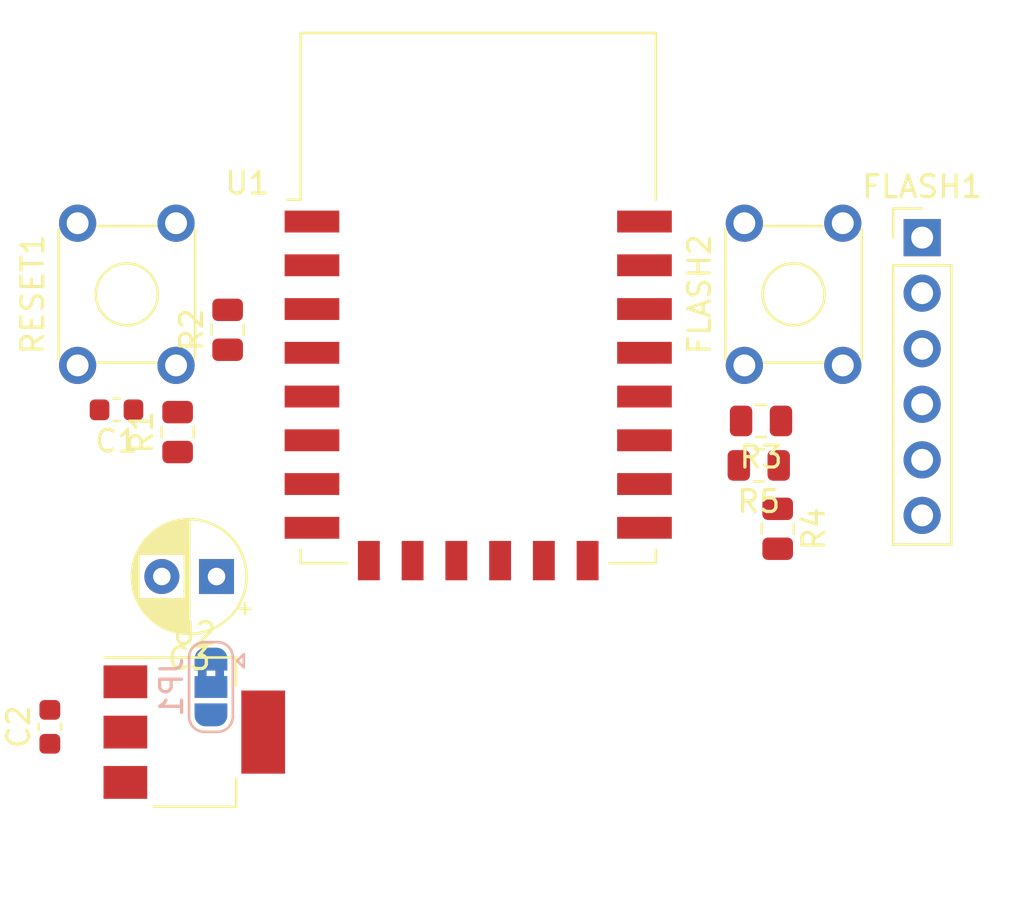
<source format=kicad_pcb>
(kicad_pcb (version 20171130) (host pcbnew 5.1.10-88a1d61d58~88~ubuntu18.04.1)

  (general
    (thickness 1.6)
    (drawings 0)
    (tracks 0)
    (zones 0)
    (modules 14)
    (nets 12)
  )

  (page A4)
  (layers
    (0 F.Cu signal)
    (31 B.Cu signal)
    (32 B.Adhes user)
    (33 F.Adhes user)
    (34 B.Paste user)
    (35 F.Paste user)
    (36 B.SilkS user)
    (37 F.SilkS user)
    (38 B.Mask user)
    (39 F.Mask user)
    (40 Dwgs.User user)
    (41 Cmts.User user)
    (42 Eco1.User user)
    (43 Eco2.User user)
    (44 Edge.Cuts user)
    (45 Margin user)
    (46 B.CrtYd user)
    (47 F.CrtYd user)
    (48 B.Fab user)
    (49 F.Fab user)
  )

  (setup
    (last_trace_width 0.25)
    (trace_clearance 0.2)
    (zone_clearance 0.508)
    (zone_45_only no)
    (trace_min 0.2)
    (via_size 0.8)
    (via_drill 0.4)
    (via_min_size 0.4)
    (via_min_drill 0.3)
    (uvia_size 0.3)
    (uvia_drill 0.1)
    (uvias_allowed no)
    (uvia_min_size 0.2)
    (uvia_min_drill 0.1)
    (edge_width 0.05)
    (segment_width 0.2)
    (pcb_text_width 0.3)
    (pcb_text_size 1.5 1.5)
    (mod_edge_width 0.12)
    (mod_text_size 1 1)
    (mod_text_width 0.15)
    (pad_size 1.524 1.524)
    (pad_drill 0.762)
    (pad_to_mask_clearance 0)
    (aux_axis_origin 0 0)
    (visible_elements FFFFFF7F)
    (pcbplotparams
      (layerselection 0x010fc_ffffffff)
      (usegerberextensions false)
      (usegerberattributes true)
      (usegerberadvancedattributes true)
      (creategerberjobfile true)
      (excludeedgelayer true)
      (linewidth 0.100000)
      (plotframeref false)
      (viasonmask false)
      (mode 1)
      (useauxorigin false)
      (hpglpennumber 1)
      (hpglpenspeed 20)
      (hpglpendiameter 15.000000)
      (psnegative false)
      (psa4output false)
      (plotreference true)
      (plotvalue true)
      (plotinvisibletext false)
      (padsonsilk false)
      (subtractmaskfromsilk false)
      (outputformat 1)
      (mirror false)
      (drillshape 1)
      (scaleselection 1)
      (outputdirectory ""))
  )

  (net 0 "")
  (net 1 GND)
  (net 2 /ESP_RESET)
  (net 3 /Vin)
  (net 4 +3V3)
  (net 5 /FLASH_VCC)
  (net 6 /FLASH_TX)
  (net 7 /FLASH_RX)
  (net 8 /GPIO0)
  (net 9 /GPIO15)
  (net 10 /GPIO2)
  (net 11 /ESP_EN)

  (net_class Default "This is the default net class."
    (clearance 0.2)
    (trace_width 0.25)
    (via_dia 0.8)
    (via_drill 0.4)
    (uvia_dia 0.3)
    (uvia_drill 0.1)
    (add_net +3V3)
    (add_net /ESP_ADC)
    (add_net /ESP_CSO)
    (add_net /ESP_EN)
    (add_net /ESP_MISO)
    (add_net /ESP_MOSI)
    (add_net /ESP_RESET)
    (add_net /ESP_SCLK)
    (add_net /FLASH_CTS)
    (add_net /FLASH_DTR)
    (add_net /FLASH_RX)
    (add_net /FLASH_TX)
    (add_net /FLASH_VCC)
    (add_net /GPIO0)
    (add_net /GPIO10)
    (add_net /GPIO12)
    (add_net /GPIO13)
    (add_net /GPIO14)
    (add_net /GPIO15)
    (add_net /GPIO16)
    (add_net /GPIO2)
    (add_net /GPIO4)
    (add_net /GPIO5)
    (add_net /GPIO9)
    (add_net /Vin)
    (add_net GND)
  )

  (module Package_TO_SOT_SMD:SOT-223-3_TabPin2 (layer F.Cu) (tedit 5A02FF57) (tstamp 61593B7B)
    (at 118.364 99.822)
    (descr "module CMS SOT223 4 pins")
    (tags "CMS SOT")
    (path /61594E3A)
    (attr smd)
    (fp_text reference U2 (at 0 -4.5) (layer F.SilkS)
      (effects (font (size 1 1) (thickness 0.15)))
    )
    (fp_text value AMS1117-3.3 (at 0 4.5) (layer F.Fab)
      (effects (font (size 1 1) (thickness 0.15)))
    )
    (fp_text user %R (at 0 0 90) (layer F.Fab)
      (effects (font (size 0.8 0.8) (thickness 0.12)))
    )
    (fp_line (start 1.91 3.41) (end 1.91 2.15) (layer F.SilkS) (width 0.12))
    (fp_line (start 1.91 -3.41) (end 1.91 -2.15) (layer F.SilkS) (width 0.12))
    (fp_line (start 4.4 -3.6) (end -4.4 -3.6) (layer F.CrtYd) (width 0.05))
    (fp_line (start 4.4 3.6) (end 4.4 -3.6) (layer F.CrtYd) (width 0.05))
    (fp_line (start -4.4 3.6) (end 4.4 3.6) (layer F.CrtYd) (width 0.05))
    (fp_line (start -4.4 -3.6) (end -4.4 3.6) (layer F.CrtYd) (width 0.05))
    (fp_line (start -1.85 -2.35) (end -0.85 -3.35) (layer F.Fab) (width 0.1))
    (fp_line (start -1.85 -2.35) (end -1.85 3.35) (layer F.Fab) (width 0.1))
    (fp_line (start -1.85 3.41) (end 1.91 3.41) (layer F.SilkS) (width 0.12))
    (fp_line (start -0.85 -3.35) (end 1.85 -3.35) (layer F.Fab) (width 0.1))
    (fp_line (start -4.1 -3.41) (end 1.91 -3.41) (layer F.SilkS) (width 0.12))
    (fp_line (start -1.85 3.35) (end 1.85 3.35) (layer F.Fab) (width 0.1))
    (fp_line (start 1.85 -3.35) (end 1.85 3.35) (layer F.Fab) (width 0.1))
    (pad 1 smd rect (at -3.15 -2.3) (size 2 1.5) (layers F.Cu F.Paste F.Mask)
      (net 1 GND))
    (pad 3 smd rect (at -3.15 2.3) (size 2 1.5) (layers F.Cu F.Paste F.Mask)
      (net 3 /Vin))
    (pad 2 smd rect (at -3.15 0) (size 2 1.5) (layers F.Cu F.Paste F.Mask)
      (net 4 +3V3))
    (pad 2 smd rect (at 3.15 0) (size 2 3.8) (layers F.Cu F.Paste F.Mask)
      (net 4 +3V3))
    (model ${KISYS3DMOD}/Package_TO_SOT_SMD.3dshapes/SOT-223.wrl
      (at (xyz 0 0 0))
      (scale (xyz 1 1 1))
      (rotate (xyz 0 0 0))
    )
  )

  (module RF_Module:ESP-12E (layer F.Cu) (tedit 5A030172) (tstamp 61593B65)
    (at 131.344 79.982)
    (descr "Wi-Fi Module, http://wiki.ai-thinker.com/_media/esp8266/docs/aithinker_esp_12f_datasheet_en.pdf")
    (tags "Wi-Fi Module")
    (path /61587DF9)
    (attr smd)
    (fp_text reference U1 (at -10.56 -5.26) (layer F.SilkS)
      (effects (font (size 1 1) (thickness 0.15)))
    )
    (fp_text value ESP-12E (at -0.06 -12.78) (layer F.Fab)
      (effects (font (size 1 1) (thickness 0.15)))
    )
    (fp_text user %R (at 0.49 -0.8) (layer F.Fab)
      (effects (font (size 1 1) (thickness 0.15)))
    )
    (fp_text user "KEEP-OUT ZONE" (at 0.03 -9.55 180) (layer Cmts.User)
      (effects (font (size 1 1) (thickness 0.15)))
    )
    (fp_text user Antenna (at -0.06 -7 180) (layer Cmts.User)
      (effects (font (size 1 1) (thickness 0.15)))
    )
    (fp_line (start -8 -12) (end 8 -12) (layer F.Fab) (width 0.12))
    (fp_line (start 8 -12) (end 8 12) (layer F.Fab) (width 0.12))
    (fp_line (start 8 12) (end -8 12) (layer F.Fab) (width 0.12))
    (fp_line (start -8 12) (end -8 -3) (layer F.Fab) (width 0.12))
    (fp_line (start -8 -3) (end -7.5 -3.5) (layer F.Fab) (width 0.12))
    (fp_line (start -7.5 -3.5) (end -8 -4) (layer F.Fab) (width 0.12))
    (fp_line (start -8 -4) (end -8 -12) (layer F.Fab) (width 0.12))
    (fp_line (start -9.05 -12.2) (end 9.05 -12.2) (layer F.CrtYd) (width 0.05))
    (fp_line (start 9.05 -12.2) (end 9.05 13.1) (layer F.CrtYd) (width 0.05))
    (fp_line (start 9.05 13.1) (end -9.05 13.1) (layer F.CrtYd) (width 0.05))
    (fp_line (start -9.05 13.1) (end -9.05 -12.2) (layer F.CrtYd) (width 0.05))
    (fp_line (start -8.12 -12.12) (end 8.12 -12.12) (layer F.SilkS) (width 0.12))
    (fp_line (start 8.12 -12.12) (end 8.12 -4.5) (layer F.SilkS) (width 0.12))
    (fp_line (start 8.12 11.5) (end 8.12 12.12) (layer F.SilkS) (width 0.12))
    (fp_line (start 8.12 12.12) (end 6 12.12) (layer F.SilkS) (width 0.12))
    (fp_line (start -6 12.12) (end -8.12 12.12) (layer F.SilkS) (width 0.12))
    (fp_line (start -8.12 12.12) (end -8.12 11.5) (layer F.SilkS) (width 0.12))
    (fp_line (start -8.12 -4.5) (end -8.12 -12.12) (layer F.SilkS) (width 0.12))
    (fp_line (start -8.12 -4.5) (end -8.73 -4.5) (layer F.SilkS) (width 0.12))
    (fp_line (start -8.12 -12.12) (end 8.12 -12.12) (layer Dwgs.User) (width 0.12))
    (fp_line (start 8.12 -12.12) (end 8.12 -4.8) (layer Dwgs.User) (width 0.12))
    (fp_line (start 8.12 -4.8) (end -8.12 -4.8) (layer Dwgs.User) (width 0.12))
    (fp_line (start -8.12 -4.8) (end -8.12 -12.12) (layer Dwgs.User) (width 0.12))
    (fp_line (start -8.12 -9.12) (end -5.12 -12.12) (layer Dwgs.User) (width 0.12))
    (fp_line (start -8.12 -6.12) (end -2.12 -12.12) (layer Dwgs.User) (width 0.12))
    (fp_line (start -6.44 -4.8) (end 0.88 -12.12) (layer Dwgs.User) (width 0.12))
    (fp_line (start -3.44 -4.8) (end 3.88 -12.12) (layer Dwgs.User) (width 0.12))
    (fp_line (start -0.44 -4.8) (end 6.88 -12.12) (layer Dwgs.User) (width 0.12))
    (fp_line (start 2.56 -4.8) (end 8.12 -10.36) (layer Dwgs.User) (width 0.12))
    (fp_line (start 5.56 -4.8) (end 8.12 -7.36) (layer Dwgs.User) (width 0.12))
    (pad 22 smd rect (at 7.6 -3.5) (size 2.5 1) (layers F.Cu F.Paste F.Mask)
      (net 7 /FLASH_RX))
    (pad 21 smd rect (at 7.6 -1.5) (size 2.5 1) (layers F.Cu F.Paste F.Mask)
      (net 6 /FLASH_TX))
    (pad 20 smd rect (at 7.6 0.5) (size 2.5 1) (layers F.Cu F.Paste F.Mask))
    (pad 19 smd rect (at 7.6 2.5) (size 2.5 1) (layers F.Cu F.Paste F.Mask))
    (pad 18 smd rect (at 7.6 4.5) (size 2.5 1) (layers F.Cu F.Paste F.Mask)
      (net 8 /GPIO0))
    (pad 17 smd rect (at 7.6 6.5) (size 2.5 1) (layers F.Cu F.Paste F.Mask)
      (net 10 /GPIO2))
    (pad 16 smd rect (at 7.6 8.5) (size 2.5 1) (layers F.Cu F.Paste F.Mask)
      (net 9 /GPIO15))
    (pad 15 smd rect (at 7.6 10.5) (size 2.5 1) (layers F.Cu F.Paste F.Mask)
      (net 1 GND))
    (pad 14 smd rect (at 5 12) (size 1 1.8) (layers F.Cu F.Paste F.Mask))
    (pad 13 smd rect (at 3 12) (size 1 1.8) (layers F.Cu F.Paste F.Mask))
    (pad 12 smd rect (at 1 12) (size 1 1.8) (layers F.Cu F.Paste F.Mask))
    (pad 11 smd rect (at -1 12) (size 1 1.8) (layers F.Cu F.Paste F.Mask))
    (pad 10 smd rect (at -3 12) (size 1 1.8) (layers F.Cu F.Paste F.Mask))
    (pad 9 smd rect (at -5 12) (size 1 1.8) (layers F.Cu F.Paste F.Mask))
    (pad 8 smd rect (at -7.6 10.5) (size 2.5 1) (layers F.Cu F.Paste F.Mask)
      (net 4 +3V3))
    (pad 7 smd rect (at -7.6 8.5) (size 2.5 1) (layers F.Cu F.Paste F.Mask))
    (pad 6 smd rect (at -7.6 6.5) (size 2.5 1) (layers F.Cu F.Paste F.Mask))
    (pad 5 smd rect (at -7.6 4.5) (size 2.5 1) (layers F.Cu F.Paste F.Mask))
    (pad 4 smd rect (at -7.6 2.5) (size 2.5 1) (layers F.Cu F.Paste F.Mask))
    (pad 3 smd rect (at -7.6 0.5) (size 2.5 1) (layers F.Cu F.Paste F.Mask)
      (net 11 /ESP_EN))
    (pad 2 smd rect (at -7.6 -1.5) (size 2.5 1) (layers F.Cu F.Paste F.Mask))
    (pad 1 smd rect (at -7.6 -3.5) (size 2.5 1) (layers F.Cu F.Paste F.Mask)
      (net 2 /ESP_RESET))
    (model ${KISYS3DMOD}/RF_Module.3dshapes/ESP-12E.wrl
      (at (xyz 0 0 0))
      (scale (xyz 1 1 1))
      (rotate (xyz 0 0 0))
    )
  )

  (module Button_Switch_THT:SW_TH_Tactile_Omron_B3F-10xx (layer F.Cu) (tedit 5D84F0EF) (tstamp 61593B2A)
    (at 113.03 83.058 90)
    (descr SW_TH_Tactile_Omron_B3F-10xx_https://www.omron.com/ecb/products/pdf/en-b3f.pdf)
    (tags "Omron B3F-10xx")
    (path /615A7F23)
    (fp_text reference RESET1 (at 3.25 -2.05 90) (layer F.SilkS)
      (effects (font (size 1 1) (thickness 0.15)))
    )
    (fp_text value SW_MEC_5E (at 3.2 6.5 90) (layer F.Fab)
      (effects (font (size 1 1) (thickness 0.15)))
    )
    (fp_text user %R (at 3.25 2.25 90) (layer F.Fab)
      (effects (font (size 1 1) (thickness 0.15)))
    )
    (fp_line (start 0.25 -0.75) (end 0.25 5.25) (layer F.Fab) (width 0.1))
    (fp_line (start 6.25 -0.75) (end 6.25 5.25) (layer F.Fab) (width 0.1))
    (fp_line (start 0.25 -0.75) (end 6.25 -0.75) (layer F.Fab) (width 0.1))
    (fp_line (start 7.6 5.6) (end 7.6 -1.1) (layer F.CrtYd) (width 0.05))
    (fp_line (start -1.1 5.6) (end 7.6 5.6) (layer F.CrtYd) (width 0.05))
    (fp_line (start -1.1 -1.1) (end -1.1 5.6) (layer F.CrtYd) (width 0.05))
    (fp_circle (center 3.25 2.25) (end 4.25 3.25) (layer F.SilkS) (width 0.12))
    (fp_line (start 0.28 5.37) (end 6.22 5.37) (layer F.SilkS) (width 0.12))
    (fp_line (start 0.28 -0.87) (end 6.22 -0.87) (layer F.SilkS) (width 0.12))
    (fp_line (start 0.13 3.59) (end 0.13 0.91) (layer F.SilkS) (width 0.12))
    (fp_line (start 6.37 0.91) (end 6.37 3.59) (layer F.SilkS) (width 0.12))
    (fp_line (start 0.25 5.25) (end 6.25 5.25) (layer F.Fab) (width 0.1))
    (fp_line (start -1.1 -1.1) (end 7.6 -1.1) (layer F.CrtYd) (width 0.05))
    (pad 1 thru_hole circle (at 0 0 90) (size 1.7 1.7) (drill 1) (layers *.Cu *.Mask)
      (net 1 GND))
    (pad 2 thru_hole circle (at 6.5 0 90) (size 1.7 1.7) (drill 1) (layers *.Cu *.Mask)
      (net 1 GND))
    (pad 3 thru_hole circle (at 0 4.5 90) (size 1.7 1.7) (drill 1) (layers *.Cu *.Mask)
      (net 2 /ESP_RESET))
    (pad 4 thru_hole circle (at 6.5 4.5 90) (size 1.7 1.7) (drill 1) (layers *.Cu *.Mask)
      (net 2 /ESP_RESET))
    (model ${KISYS3DMOD}/Button_Switch_THT.3dshapes/SW_TH_Tactile_Omron_B3F-10xx.wrl
      (at (xyz 0 0 0))
      (scale (xyz 1 1 1))
      (rotate (xyz 0 0 0))
    )
  )

  (module Resistor_SMD:R_0805_2012Metric (layer F.Cu) (tedit 5F68FEEE) (tstamp 61593B14)
    (at 144.1685 87.63 180)
    (descr "Resistor SMD 0805 (2012 Metric), square (rectangular) end terminal, IPC_7351 nominal, (Body size source: IPC-SM-782 page 72, https://www.pcb-3d.com/wordpress/wp-content/uploads/ipc-sm-782a_amendment_1_and_2.pdf), generated with kicad-footprint-generator")
    (tags resistor)
    (path /615AA200)
    (attr smd)
    (fp_text reference R5 (at 0 -1.65) (layer F.SilkS)
      (effects (font (size 1 1) (thickness 0.15)))
    )
    (fp_text value 10k (at 0 1.65) (layer F.Fab)
      (effects (font (size 1 1) (thickness 0.15)))
    )
    (fp_text user %R (at 0 0) (layer F.Fab)
      (effects (font (size 0.5 0.5) (thickness 0.08)))
    )
    (fp_line (start -1 0.625) (end -1 -0.625) (layer F.Fab) (width 0.1))
    (fp_line (start -1 -0.625) (end 1 -0.625) (layer F.Fab) (width 0.1))
    (fp_line (start 1 -0.625) (end 1 0.625) (layer F.Fab) (width 0.1))
    (fp_line (start 1 0.625) (end -1 0.625) (layer F.Fab) (width 0.1))
    (fp_line (start -0.227064 -0.735) (end 0.227064 -0.735) (layer F.SilkS) (width 0.12))
    (fp_line (start -0.227064 0.735) (end 0.227064 0.735) (layer F.SilkS) (width 0.12))
    (fp_line (start -1.68 0.95) (end -1.68 -0.95) (layer F.CrtYd) (width 0.05))
    (fp_line (start -1.68 -0.95) (end 1.68 -0.95) (layer F.CrtYd) (width 0.05))
    (fp_line (start 1.68 -0.95) (end 1.68 0.95) (layer F.CrtYd) (width 0.05))
    (fp_line (start 1.68 0.95) (end -1.68 0.95) (layer F.CrtYd) (width 0.05))
    (pad 2 smd roundrect (at 0.9125 0 180) (size 1.025 1.4) (layers F.Cu F.Paste F.Mask) (roundrect_rratio 0.243902)
      (net 10 /GPIO2))
    (pad 1 smd roundrect (at -0.9125 0 180) (size 1.025 1.4) (layers F.Cu F.Paste F.Mask) (roundrect_rratio 0.243902)
      (net 4 +3V3))
    (model ${KISYS3DMOD}/Resistor_SMD.3dshapes/R_0805_2012Metric.wrl
      (at (xyz 0 0 0))
      (scale (xyz 1 1 1))
      (rotate (xyz 0 0 0))
    )
  )

  (module Resistor_SMD:R_0805_2012Metric (layer F.Cu) (tedit 5F68FEEE) (tstamp 61593B03)
    (at 145.034 90.5275 270)
    (descr "Resistor SMD 0805 (2012 Metric), square (rectangular) end terminal, IPC_7351 nominal, (Body size source: IPC-SM-782 page 72, https://www.pcb-3d.com/wordpress/wp-content/uploads/ipc-sm-782a_amendment_1_and_2.pdf), generated with kicad-footprint-generator")
    (tags resistor)
    (path /615AD24D)
    (attr smd)
    (fp_text reference R4 (at 0 -1.65 90) (layer F.SilkS)
      (effects (font (size 1 1) (thickness 0.15)))
    )
    (fp_text value 10k (at 0 1.65 90) (layer F.Fab)
      (effects (font (size 1 1) (thickness 0.15)))
    )
    (fp_text user %R (at 0 0 90) (layer F.Fab)
      (effects (font (size 0.5 0.5) (thickness 0.08)))
    )
    (fp_line (start -1 0.625) (end -1 -0.625) (layer F.Fab) (width 0.1))
    (fp_line (start -1 -0.625) (end 1 -0.625) (layer F.Fab) (width 0.1))
    (fp_line (start 1 -0.625) (end 1 0.625) (layer F.Fab) (width 0.1))
    (fp_line (start 1 0.625) (end -1 0.625) (layer F.Fab) (width 0.1))
    (fp_line (start -0.227064 -0.735) (end 0.227064 -0.735) (layer F.SilkS) (width 0.12))
    (fp_line (start -0.227064 0.735) (end 0.227064 0.735) (layer F.SilkS) (width 0.12))
    (fp_line (start -1.68 0.95) (end -1.68 -0.95) (layer F.CrtYd) (width 0.05))
    (fp_line (start -1.68 -0.95) (end 1.68 -0.95) (layer F.CrtYd) (width 0.05))
    (fp_line (start 1.68 -0.95) (end 1.68 0.95) (layer F.CrtYd) (width 0.05))
    (fp_line (start 1.68 0.95) (end -1.68 0.95) (layer F.CrtYd) (width 0.05))
    (pad 2 smd roundrect (at 0.9125 0 270) (size 1.025 1.4) (layers F.Cu F.Paste F.Mask) (roundrect_rratio 0.243902)
      (net 1 GND))
    (pad 1 smd roundrect (at -0.9125 0 270) (size 1.025 1.4) (layers F.Cu F.Paste F.Mask) (roundrect_rratio 0.243902)
      (net 9 /GPIO15))
    (model ${KISYS3DMOD}/Resistor_SMD.3dshapes/R_0805_2012Metric.wrl
      (at (xyz 0 0 0))
      (scale (xyz 1 1 1))
      (rotate (xyz 0 0 0))
    )
  )

  (module Resistor_SMD:R_0805_2012Metric (layer F.Cu) (tedit 5F68FEEE) (tstamp 61593AF2)
    (at 144.272 85.598 180)
    (descr "Resistor SMD 0805 (2012 Metric), square (rectangular) end terminal, IPC_7351 nominal, (Body size source: IPC-SM-782 page 72, https://www.pcb-3d.com/wordpress/wp-content/uploads/ipc-sm-782a_amendment_1_and_2.pdf), generated with kicad-footprint-generator")
    (tags resistor)
    (path /615AAA9B)
    (attr smd)
    (fp_text reference R3 (at 0 -1.65) (layer F.SilkS)
      (effects (font (size 1 1) (thickness 0.15)))
    )
    (fp_text value 10k (at 0 1.65) (layer F.Fab)
      (effects (font (size 1 1) (thickness 0.15)))
    )
    (fp_text user %R (at 0 0) (layer F.Fab)
      (effects (font (size 0.5 0.5) (thickness 0.08)))
    )
    (fp_line (start -1 0.625) (end -1 -0.625) (layer F.Fab) (width 0.1))
    (fp_line (start -1 -0.625) (end 1 -0.625) (layer F.Fab) (width 0.1))
    (fp_line (start 1 -0.625) (end 1 0.625) (layer F.Fab) (width 0.1))
    (fp_line (start 1 0.625) (end -1 0.625) (layer F.Fab) (width 0.1))
    (fp_line (start -0.227064 -0.735) (end 0.227064 -0.735) (layer F.SilkS) (width 0.12))
    (fp_line (start -0.227064 0.735) (end 0.227064 0.735) (layer F.SilkS) (width 0.12))
    (fp_line (start -1.68 0.95) (end -1.68 -0.95) (layer F.CrtYd) (width 0.05))
    (fp_line (start -1.68 -0.95) (end 1.68 -0.95) (layer F.CrtYd) (width 0.05))
    (fp_line (start 1.68 -0.95) (end 1.68 0.95) (layer F.CrtYd) (width 0.05))
    (fp_line (start 1.68 0.95) (end -1.68 0.95) (layer F.CrtYd) (width 0.05))
    (pad 2 smd roundrect (at 0.9125 0 180) (size 1.025 1.4) (layers F.Cu F.Paste F.Mask) (roundrect_rratio 0.243902)
      (net 8 /GPIO0))
    (pad 1 smd roundrect (at -0.9125 0 180) (size 1.025 1.4) (layers F.Cu F.Paste F.Mask) (roundrect_rratio 0.243902)
      (net 4 +3V3))
    (model ${KISYS3DMOD}/Resistor_SMD.3dshapes/R_0805_2012Metric.wrl
      (at (xyz 0 0 0))
      (scale (xyz 1 1 1))
      (rotate (xyz 0 0 0))
    )
  )

  (module Resistor_SMD:R_0805_2012Metric (layer F.Cu) (tedit 5F68FEEE) (tstamp 61593AE1)
    (at 119.888 81.4305 90)
    (descr "Resistor SMD 0805 (2012 Metric), square (rectangular) end terminal, IPC_7351 nominal, (Body size source: IPC-SM-782 page 72, https://www.pcb-3d.com/wordpress/wp-content/uploads/ipc-sm-782a_amendment_1_and_2.pdf), generated with kicad-footprint-generator")
    (tags resistor)
    (path /6159040D)
    (attr smd)
    (fp_text reference R2 (at 0 -1.65 90) (layer F.SilkS)
      (effects (font (size 1 1) (thickness 0.15)))
    )
    (fp_text value 10k (at 0 1.65 90) (layer F.Fab)
      (effects (font (size 1 1) (thickness 0.15)))
    )
    (fp_text user %R (at 0 0 90) (layer F.Fab)
      (effects (font (size 0.5 0.5) (thickness 0.08)))
    )
    (fp_line (start -1 0.625) (end -1 -0.625) (layer F.Fab) (width 0.1))
    (fp_line (start -1 -0.625) (end 1 -0.625) (layer F.Fab) (width 0.1))
    (fp_line (start 1 -0.625) (end 1 0.625) (layer F.Fab) (width 0.1))
    (fp_line (start 1 0.625) (end -1 0.625) (layer F.Fab) (width 0.1))
    (fp_line (start -0.227064 -0.735) (end 0.227064 -0.735) (layer F.SilkS) (width 0.12))
    (fp_line (start -0.227064 0.735) (end 0.227064 0.735) (layer F.SilkS) (width 0.12))
    (fp_line (start -1.68 0.95) (end -1.68 -0.95) (layer F.CrtYd) (width 0.05))
    (fp_line (start -1.68 -0.95) (end 1.68 -0.95) (layer F.CrtYd) (width 0.05))
    (fp_line (start 1.68 -0.95) (end 1.68 0.95) (layer F.CrtYd) (width 0.05))
    (fp_line (start 1.68 0.95) (end -1.68 0.95) (layer F.CrtYd) (width 0.05))
    (pad 2 smd roundrect (at 0.9125 0 90) (size 1.025 1.4) (layers F.Cu F.Paste F.Mask) (roundrect_rratio 0.243902)
      (net 11 /ESP_EN))
    (pad 1 smd roundrect (at -0.9125 0 90) (size 1.025 1.4) (layers F.Cu F.Paste F.Mask) (roundrect_rratio 0.243902)
      (net 4 +3V3))
    (model ${KISYS3DMOD}/Resistor_SMD.3dshapes/R_0805_2012Metric.wrl
      (at (xyz 0 0 0))
      (scale (xyz 1 1 1))
      (rotate (xyz 0 0 0))
    )
  )

  (module Resistor_SMD:R_0805_2012Metric (layer F.Cu) (tedit 5F68FEEE) (tstamp 61593AD0)
    (at 117.602 86.106 90)
    (descr "Resistor SMD 0805 (2012 Metric), square (rectangular) end terminal, IPC_7351 nominal, (Body size source: IPC-SM-782 page 72, https://www.pcb-3d.com/wordpress/wp-content/uploads/ipc-sm-782a_amendment_1_and_2.pdf), generated with kicad-footprint-generator")
    (tags resistor)
    (path /61589F8F)
    (attr smd)
    (fp_text reference R1 (at 0 -1.65 90) (layer F.SilkS)
      (effects (font (size 1 1) (thickness 0.15)))
    )
    (fp_text value 10k (at 0 1.65 90) (layer F.Fab)
      (effects (font (size 1 1) (thickness 0.15)))
    )
    (fp_text user %R (at 0 0 90) (layer F.Fab)
      (effects (font (size 0.5 0.5) (thickness 0.08)))
    )
    (fp_line (start -1 0.625) (end -1 -0.625) (layer F.Fab) (width 0.1))
    (fp_line (start -1 -0.625) (end 1 -0.625) (layer F.Fab) (width 0.1))
    (fp_line (start 1 -0.625) (end 1 0.625) (layer F.Fab) (width 0.1))
    (fp_line (start 1 0.625) (end -1 0.625) (layer F.Fab) (width 0.1))
    (fp_line (start -0.227064 -0.735) (end 0.227064 -0.735) (layer F.SilkS) (width 0.12))
    (fp_line (start -0.227064 0.735) (end 0.227064 0.735) (layer F.SilkS) (width 0.12))
    (fp_line (start -1.68 0.95) (end -1.68 -0.95) (layer F.CrtYd) (width 0.05))
    (fp_line (start -1.68 -0.95) (end 1.68 -0.95) (layer F.CrtYd) (width 0.05))
    (fp_line (start 1.68 -0.95) (end 1.68 0.95) (layer F.CrtYd) (width 0.05))
    (fp_line (start 1.68 0.95) (end -1.68 0.95) (layer F.CrtYd) (width 0.05))
    (pad 2 smd roundrect (at 0.9125 0 90) (size 1.025 1.4) (layers F.Cu F.Paste F.Mask) (roundrect_rratio 0.243902)
      (net 2 /ESP_RESET))
    (pad 1 smd roundrect (at -0.9125 0 90) (size 1.025 1.4) (layers F.Cu F.Paste F.Mask) (roundrect_rratio 0.243902)
      (net 4 +3V3))
    (model ${KISYS3DMOD}/Resistor_SMD.3dshapes/R_0805_2012Metric.wrl
      (at (xyz 0 0 0))
      (scale (xyz 1 1 1))
      (rotate (xyz 0 0 0))
    )
  )

  (module Jumper:SolderJumper-3_P1.3mm_Bridged2Bar12_RoundedPad1.0x1.5mm (layer B.Cu) (tedit 5C7452C1) (tstamp 61593ABF)
    (at 119.126 97.76 270)
    (descr "SMD Solder 3-pad Jumper, 1x1.5mm rounded Pads, 0.3mm gap, pads 1-2 Bridged2Bar with 2 copper strip")
    (tags "solder jumper open")
    (path /6159CD62)
    (attr virtual)
    (fp_text reference JP1 (at 0 1.8 90) (layer B.SilkS)
      (effects (font (size 1 1) (thickness 0.15)) (justify mirror))
    )
    (fp_text value SolderJumper_3_Bridged12 (at 0 -1.9 90) (layer B.Fab)
      (effects (font (size 1 1) (thickness 0.15)) (justify mirror))
    )
    (fp_arc (start -1.35 0.3) (end -1.35 1) (angle 90) (layer B.SilkS) (width 0.12))
    (fp_arc (start -1.35 -0.3) (end -2.05 -0.3) (angle 90) (layer B.SilkS) (width 0.12))
    (fp_arc (start 1.35 -0.3) (end 1.35 -1) (angle 90) (layer B.SilkS) (width 0.12))
    (fp_arc (start 1.35 0.3) (end 2.05 0.3) (angle 90) (layer B.SilkS) (width 0.12))
    (fp_line (start -1.2 -1.2) (end -0.9 -1.5) (layer B.SilkS) (width 0.12))
    (fp_line (start -1.5 -1.5) (end -0.9 -1.5) (layer B.SilkS) (width 0.12))
    (fp_line (start -1.2 -1.2) (end -1.5 -1.5) (layer B.SilkS) (width 0.12))
    (fp_line (start -2.05 -0.3) (end -2.05 0.3) (layer B.SilkS) (width 0.12))
    (fp_line (start 1.4 -1) (end -1.4 -1) (layer B.SilkS) (width 0.12))
    (fp_line (start 2.05 0.3) (end 2.05 -0.3) (layer B.SilkS) (width 0.12))
    (fp_line (start -1.4 1) (end 1.4 1) (layer B.SilkS) (width 0.12))
    (fp_line (start -2.3 1.25) (end 2.3 1.25) (layer B.CrtYd) (width 0.05))
    (fp_line (start -2.3 1.25) (end -2.3 -1.25) (layer B.CrtYd) (width 0.05))
    (fp_line (start 2.3 -1.25) (end 2.3 1.25) (layer B.CrtYd) (width 0.05))
    (fp_line (start 2.3 -1.25) (end -2.3 -1.25) (layer B.CrtYd) (width 0.05))
    (fp_poly (pts (xy -0.9 0.6) (xy -0.4 0.6) (xy -0.4 0.2) (xy -0.9 0.2)) (layer B.Cu) (width 0))
    (fp_poly (pts (xy -0.9 -0.2) (xy -0.4 -0.2) (xy -0.4 -0.6) (xy -0.9 -0.6)) (layer B.Cu) (width 0))
    (pad 1 smd custom (at -1.3 0 270) (size 1 0.5) (layers B.Cu B.Mask)
      (net 4 +3V3) (zone_connect 2)
      (options (clearance outline) (anchor rect))
      (primitives
        (gr_circle (center 0 -0.25) (end 0.5 -0.25) (width 0))
        (gr_circle (center 0 0.25) (end 0.5 0.25) (width 0))
        (gr_poly (pts
           (xy 0.55 0.75) (xy 0 0.75) (xy 0 -0.75) (xy 0.55 -0.75)) (width 0))
      ))
    (pad 2 smd rect (at 0 0 270) (size 1 1.5) (layers B.Cu B.Mask)
      (net 5 /FLASH_VCC))
    (pad 3 smd custom (at 1.3 0 270) (size 1 0.5) (layers B.Cu B.Mask)
      (net 3 /Vin) (zone_connect 2)
      (options (clearance outline) (anchor rect))
      (primitives
        (gr_circle (center 0 -0.25) (end 0.5 -0.25) (width 0))
        (gr_circle (center 0 0.25) (end 0.5 0.25) (width 0))
        (gr_poly (pts
           (xy -0.55 0.75) (xy 0 0.75) (xy 0 -0.75) (xy -0.55 -0.75)) (width 0))
      ))
  )

  (module Button_Switch_THT:SW_TH_Tactile_Omron_B3F-10xx (layer F.Cu) (tedit 5D84F0EF) (tstamp 61593AA7)
    (at 143.51 83.058 90)
    (descr SW_TH_Tactile_Omron_B3F-10xx_https://www.omron.com/ecb/products/pdf/en-b3f.pdf)
    (tags "Omron B3F-10xx")
    (path /615B40CB)
    (fp_text reference FLASH2 (at 3.25 -2.05 90) (layer F.SilkS)
      (effects (font (size 1 1) (thickness 0.15)))
    )
    (fp_text value SW_MEC_5E (at 8.89 1.524 180) (layer F.Fab)
      (effects (font (size 1 1) (thickness 0.15)))
    )
    (fp_text user %R (at 3.25 2.25 90) (layer F.Fab)
      (effects (font (size 1 1) (thickness 0.15)))
    )
    (fp_line (start 0.25 -0.75) (end 0.25 5.25) (layer F.Fab) (width 0.1))
    (fp_line (start 6.25 -0.75) (end 6.25 5.25) (layer F.Fab) (width 0.1))
    (fp_line (start 0.25 -0.75) (end 6.25 -0.75) (layer F.Fab) (width 0.1))
    (fp_line (start 7.6 5.6) (end 7.6 -1.1) (layer F.CrtYd) (width 0.05))
    (fp_line (start -1.1 5.6) (end 7.6 5.6) (layer F.CrtYd) (width 0.05))
    (fp_line (start -1.1 -1.1) (end -1.1 5.6) (layer F.CrtYd) (width 0.05))
    (fp_circle (center 3.25 2.25) (end 4.25 3.25) (layer F.SilkS) (width 0.12))
    (fp_line (start 0.28 5.37) (end 6.22 5.37) (layer F.SilkS) (width 0.12))
    (fp_line (start 0.28 -0.87) (end 6.22 -0.87) (layer F.SilkS) (width 0.12))
    (fp_line (start 0.13 3.59) (end 0.13 0.91) (layer F.SilkS) (width 0.12))
    (fp_line (start 6.37 0.91) (end 6.37 3.59) (layer F.SilkS) (width 0.12))
    (fp_line (start 0.25 5.25) (end 6.25 5.25) (layer F.Fab) (width 0.1))
    (fp_line (start -1.1 -1.1) (end 7.6 -1.1) (layer F.CrtYd) (width 0.05))
    (pad 1 thru_hole circle (at 0 0 90) (size 1.7 1.7) (drill 1) (layers *.Cu *.Mask)
      (net 8 /GPIO0))
    (pad 2 thru_hole circle (at 6.5 0 90) (size 1.7 1.7) (drill 1) (layers *.Cu *.Mask)
      (net 8 /GPIO0))
    (pad 3 thru_hole circle (at 0 4.5 90) (size 1.7 1.7) (drill 1) (layers *.Cu *.Mask)
      (net 1 GND))
    (pad 4 thru_hole circle (at 6.5 4.5 90) (size 1.7 1.7) (drill 1) (layers *.Cu *.Mask)
      (net 1 GND))
    (model ${KISYS3DMOD}/Button_Switch_THT.3dshapes/SW_TH_Tactile_Omron_B3F-10xx.wrl
      (at (xyz 0 0 0))
      (scale (xyz 1 1 1))
      (rotate (xyz 0 0 0))
    )
  )

  (module Connector_PinHeader_2.54mm:PinHeader_1x06_P2.54mm_Vertical (layer F.Cu) (tedit 59FED5CC) (tstamp 61593A91)
    (at 151.638 77.216)
    (descr "Through hole straight pin header, 1x06, 2.54mm pitch, single row")
    (tags "Through hole pin header THT 1x06 2.54mm single row")
    (path /61591A20)
    (fp_text reference FLASH1 (at 0 -2.33) (layer F.SilkS)
      (effects (font (size 1 1) (thickness 0.15)))
    )
    (fp_text value Conn_01x06 (at 0 15.03) (layer F.Fab)
      (effects (font (size 1 1) (thickness 0.15)))
    )
    (fp_text user %R (at 0 6.35 90) (layer F.Fab)
      (effects (font (size 1 1) (thickness 0.15)))
    )
    (fp_line (start -0.635 -1.27) (end 1.27 -1.27) (layer F.Fab) (width 0.1))
    (fp_line (start 1.27 -1.27) (end 1.27 13.97) (layer F.Fab) (width 0.1))
    (fp_line (start 1.27 13.97) (end -1.27 13.97) (layer F.Fab) (width 0.1))
    (fp_line (start -1.27 13.97) (end -1.27 -0.635) (layer F.Fab) (width 0.1))
    (fp_line (start -1.27 -0.635) (end -0.635 -1.27) (layer F.Fab) (width 0.1))
    (fp_line (start -1.33 14.03) (end 1.33 14.03) (layer F.SilkS) (width 0.12))
    (fp_line (start -1.33 1.27) (end -1.33 14.03) (layer F.SilkS) (width 0.12))
    (fp_line (start 1.33 1.27) (end 1.33 14.03) (layer F.SilkS) (width 0.12))
    (fp_line (start -1.33 1.27) (end 1.33 1.27) (layer F.SilkS) (width 0.12))
    (fp_line (start -1.33 0) (end -1.33 -1.33) (layer F.SilkS) (width 0.12))
    (fp_line (start -1.33 -1.33) (end 0 -1.33) (layer F.SilkS) (width 0.12))
    (fp_line (start -1.8 -1.8) (end -1.8 14.5) (layer F.CrtYd) (width 0.05))
    (fp_line (start -1.8 14.5) (end 1.8 14.5) (layer F.CrtYd) (width 0.05))
    (fp_line (start 1.8 14.5) (end 1.8 -1.8) (layer F.CrtYd) (width 0.05))
    (fp_line (start 1.8 -1.8) (end -1.8 -1.8) (layer F.CrtYd) (width 0.05))
    (pad 6 thru_hole oval (at 0 12.7) (size 1.7 1.7) (drill 1) (layers *.Cu *.Mask)
      (net 1 GND))
    (pad 5 thru_hole oval (at 0 10.16) (size 1.7 1.7) (drill 1) (layers *.Cu *.Mask))
    (pad 4 thru_hole oval (at 0 7.62) (size 1.7 1.7) (drill 1) (layers *.Cu *.Mask)
      (net 5 /FLASH_VCC))
    (pad 3 thru_hole oval (at 0 5.08) (size 1.7 1.7) (drill 1) (layers *.Cu *.Mask)
      (net 6 /FLASH_TX))
    (pad 2 thru_hole oval (at 0 2.54) (size 1.7 1.7) (drill 1) (layers *.Cu *.Mask)
      (net 7 /FLASH_RX))
    (pad 1 thru_hole rect (at 0 0) (size 1.7 1.7) (drill 1) (layers *.Cu *.Mask))
    (model ${KISYS3DMOD}/Connector_PinHeader_2.54mm.3dshapes/PinHeader_1x06_P2.54mm_Vertical.wrl
      (at (xyz 0 0 0))
      (scale (xyz 1 1 1))
      (rotate (xyz 0 0 0))
    )
  )

  (module Capacitor_THT:CP_Radial_D5.0mm_P2.50mm (layer F.Cu) (tedit 5AE50EF0) (tstamp 61593A77)
    (at 119.38 92.71 180)
    (descr "CP, Radial series, Radial, pin pitch=2.50mm, , diameter=5mm, Electrolytic Capacitor")
    (tags "CP Radial series Radial pin pitch 2.50mm  diameter 5mm Electrolytic Capacitor")
    (path /61597772)
    (fp_text reference C3 (at 1.25 -3.75) (layer F.SilkS)
      (effects (font (size 1 1) (thickness 0.15)))
    )
    (fp_text value 22uF (at 1.25 3.75) (layer F.Fab)
      (effects (font (size 1 1) (thickness 0.15)))
    )
    (fp_text user %R (at 1.25 0) (layer F.Fab)
      (effects (font (size 1 1) (thickness 0.15)))
    )
    (fp_circle (center 1.25 0) (end 3.75 0) (layer F.Fab) (width 0.1))
    (fp_circle (center 1.25 0) (end 3.87 0) (layer F.SilkS) (width 0.12))
    (fp_circle (center 1.25 0) (end 4 0) (layer F.CrtYd) (width 0.05))
    (fp_line (start -0.883605 -1.0875) (end -0.383605 -1.0875) (layer F.Fab) (width 0.1))
    (fp_line (start -0.633605 -1.3375) (end -0.633605 -0.8375) (layer F.Fab) (width 0.1))
    (fp_line (start 1.25 -2.58) (end 1.25 2.58) (layer F.SilkS) (width 0.12))
    (fp_line (start 1.29 -2.58) (end 1.29 2.58) (layer F.SilkS) (width 0.12))
    (fp_line (start 1.33 -2.579) (end 1.33 2.579) (layer F.SilkS) (width 0.12))
    (fp_line (start 1.37 -2.578) (end 1.37 2.578) (layer F.SilkS) (width 0.12))
    (fp_line (start 1.41 -2.576) (end 1.41 2.576) (layer F.SilkS) (width 0.12))
    (fp_line (start 1.45 -2.573) (end 1.45 2.573) (layer F.SilkS) (width 0.12))
    (fp_line (start 1.49 -2.569) (end 1.49 -1.04) (layer F.SilkS) (width 0.12))
    (fp_line (start 1.49 1.04) (end 1.49 2.569) (layer F.SilkS) (width 0.12))
    (fp_line (start 1.53 -2.565) (end 1.53 -1.04) (layer F.SilkS) (width 0.12))
    (fp_line (start 1.53 1.04) (end 1.53 2.565) (layer F.SilkS) (width 0.12))
    (fp_line (start 1.57 -2.561) (end 1.57 -1.04) (layer F.SilkS) (width 0.12))
    (fp_line (start 1.57 1.04) (end 1.57 2.561) (layer F.SilkS) (width 0.12))
    (fp_line (start 1.61 -2.556) (end 1.61 -1.04) (layer F.SilkS) (width 0.12))
    (fp_line (start 1.61 1.04) (end 1.61 2.556) (layer F.SilkS) (width 0.12))
    (fp_line (start 1.65 -2.55) (end 1.65 -1.04) (layer F.SilkS) (width 0.12))
    (fp_line (start 1.65 1.04) (end 1.65 2.55) (layer F.SilkS) (width 0.12))
    (fp_line (start 1.69 -2.543) (end 1.69 -1.04) (layer F.SilkS) (width 0.12))
    (fp_line (start 1.69 1.04) (end 1.69 2.543) (layer F.SilkS) (width 0.12))
    (fp_line (start 1.73 -2.536) (end 1.73 -1.04) (layer F.SilkS) (width 0.12))
    (fp_line (start 1.73 1.04) (end 1.73 2.536) (layer F.SilkS) (width 0.12))
    (fp_line (start 1.77 -2.528) (end 1.77 -1.04) (layer F.SilkS) (width 0.12))
    (fp_line (start 1.77 1.04) (end 1.77 2.528) (layer F.SilkS) (width 0.12))
    (fp_line (start 1.81 -2.52) (end 1.81 -1.04) (layer F.SilkS) (width 0.12))
    (fp_line (start 1.81 1.04) (end 1.81 2.52) (layer F.SilkS) (width 0.12))
    (fp_line (start 1.85 -2.511) (end 1.85 -1.04) (layer F.SilkS) (width 0.12))
    (fp_line (start 1.85 1.04) (end 1.85 2.511) (layer F.SilkS) (width 0.12))
    (fp_line (start 1.89 -2.501) (end 1.89 -1.04) (layer F.SilkS) (width 0.12))
    (fp_line (start 1.89 1.04) (end 1.89 2.501) (layer F.SilkS) (width 0.12))
    (fp_line (start 1.93 -2.491) (end 1.93 -1.04) (layer F.SilkS) (width 0.12))
    (fp_line (start 1.93 1.04) (end 1.93 2.491) (layer F.SilkS) (width 0.12))
    (fp_line (start 1.971 -2.48) (end 1.971 -1.04) (layer F.SilkS) (width 0.12))
    (fp_line (start 1.971 1.04) (end 1.971 2.48) (layer F.SilkS) (width 0.12))
    (fp_line (start 2.011 -2.468) (end 2.011 -1.04) (layer F.SilkS) (width 0.12))
    (fp_line (start 2.011 1.04) (end 2.011 2.468) (layer F.SilkS) (width 0.12))
    (fp_line (start 2.051 -2.455) (end 2.051 -1.04) (layer F.SilkS) (width 0.12))
    (fp_line (start 2.051 1.04) (end 2.051 2.455) (layer F.SilkS) (width 0.12))
    (fp_line (start 2.091 -2.442) (end 2.091 -1.04) (layer F.SilkS) (width 0.12))
    (fp_line (start 2.091 1.04) (end 2.091 2.442) (layer F.SilkS) (width 0.12))
    (fp_line (start 2.131 -2.428) (end 2.131 -1.04) (layer F.SilkS) (width 0.12))
    (fp_line (start 2.131 1.04) (end 2.131 2.428) (layer F.SilkS) (width 0.12))
    (fp_line (start 2.171 -2.414) (end 2.171 -1.04) (layer F.SilkS) (width 0.12))
    (fp_line (start 2.171 1.04) (end 2.171 2.414) (layer F.SilkS) (width 0.12))
    (fp_line (start 2.211 -2.398) (end 2.211 -1.04) (layer F.SilkS) (width 0.12))
    (fp_line (start 2.211 1.04) (end 2.211 2.398) (layer F.SilkS) (width 0.12))
    (fp_line (start 2.251 -2.382) (end 2.251 -1.04) (layer F.SilkS) (width 0.12))
    (fp_line (start 2.251 1.04) (end 2.251 2.382) (layer F.SilkS) (width 0.12))
    (fp_line (start 2.291 -2.365) (end 2.291 -1.04) (layer F.SilkS) (width 0.12))
    (fp_line (start 2.291 1.04) (end 2.291 2.365) (layer F.SilkS) (width 0.12))
    (fp_line (start 2.331 -2.348) (end 2.331 -1.04) (layer F.SilkS) (width 0.12))
    (fp_line (start 2.331 1.04) (end 2.331 2.348) (layer F.SilkS) (width 0.12))
    (fp_line (start 2.371 -2.329) (end 2.371 -1.04) (layer F.SilkS) (width 0.12))
    (fp_line (start 2.371 1.04) (end 2.371 2.329) (layer F.SilkS) (width 0.12))
    (fp_line (start 2.411 -2.31) (end 2.411 -1.04) (layer F.SilkS) (width 0.12))
    (fp_line (start 2.411 1.04) (end 2.411 2.31) (layer F.SilkS) (width 0.12))
    (fp_line (start 2.451 -2.29) (end 2.451 -1.04) (layer F.SilkS) (width 0.12))
    (fp_line (start 2.451 1.04) (end 2.451 2.29) (layer F.SilkS) (width 0.12))
    (fp_line (start 2.491 -2.268) (end 2.491 -1.04) (layer F.SilkS) (width 0.12))
    (fp_line (start 2.491 1.04) (end 2.491 2.268) (layer F.SilkS) (width 0.12))
    (fp_line (start 2.531 -2.247) (end 2.531 -1.04) (layer F.SilkS) (width 0.12))
    (fp_line (start 2.531 1.04) (end 2.531 2.247) (layer F.SilkS) (width 0.12))
    (fp_line (start 2.571 -2.224) (end 2.571 -1.04) (layer F.SilkS) (width 0.12))
    (fp_line (start 2.571 1.04) (end 2.571 2.224) (layer F.SilkS) (width 0.12))
    (fp_line (start 2.611 -2.2) (end 2.611 -1.04) (layer F.SilkS) (width 0.12))
    (fp_line (start 2.611 1.04) (end 2.611 2.2) (layer F.SilkS) (width 0.12))
    (fp_line (start 2.651 -2.175) (end 2.651 -1.04) (layer F.SilkS) (width 0.12))
    (fp_line (start 2.651 1.04) (end 2.651 2.175) (layer F.SilkS) (width 0.12))
    (fp_line (start 2.691 -2.149) (end 2.691 -1.04) (layer F.SilkS) (width 0.12))
    (fp_line (start 2.691 1.04) (end 2.691 2.149) (layer F.SilkS) (width 0.12))
    (fp_line (start 2.731 -2.122) (end 2.731 -1.04) (layer F.SilkS) (width 0.12))
    (fp_line (start 2.731 1.04) (end 2.731 2.122) (layer F.SilkS) (width 0.12))
    (fp_line (start 2.771 -2.095) (end 2.771 -1.04) (layer F.SilkS) (width 0.12))
    (fp_line (start 2.771 1.04) (end 2.771 2.095) (layer F.SilkS) (width 0.12))
    (fp_line (start 2.811 -2.065) (end 2.811 -1.04) (layer F.SilkS) (width 0.12))
    (fp_line (start 2.811 1.04) (end 2.811 2.065) (layer F.SilkS) (width 0.12))
    (fp_line (start 2.851 -2.035) (end 2.851 -1.04) (layer F.SilkS) (width 0.12))
    (fp_line (start 2.851 1.04) (end 2.851 2.035) (layer F.SilkS) (width 0.12))
    (fp_line (start 2.891 -2.004) (end 2.891 -1.04) (layer F.SilkS) (width 0.12))
    (fp_line (start 2.891 1.04) (end 2.891 2.004) (layer F.SilkS) (width 0.12))
    (fp_line (start 2.931 -1.971) (end 2.931 -1.04) (layer F.SilkS) (width 0.12))
    (fp_line (start 2.931 1.04) (end 2.931 1.971) (layer F.SilkS) (width 0.12))
    (fp_line (start 2.971 -1.937) (end 2.971 -1.04) (layer F.SilkS) (width 0.12))
    (fp_line (start 2.971 1.04) (end 2.971 1.937) (layer F.SilkS) (width 0.12))
    (fp_line (start 3.011 -1.901) (end 3.011 -1.04) (layer F.SilkS) (width 0.12))
    (fp_line (start 3.011 1.04) (end 3.011 1.901) (layer F.SilkS) (width 0.12))
    (fp_line (start 3.051 -1.864) (end 3.051 -1.04) (layer F.SilkS) (width 0.12))
    (fp_line (start 3.051 1.04) (end 3.051 1.864) (layer F.SilkS) (width 0.12))
    (fp_line (start 3.091 -1.826) (end 3.091 -1.04) (layer F.SilkS) (width 0.12))
    (fp_line (start 3.091 1.04) (end 3.091 1.826) (layer F.SilkS) (width 0.12))
    (fp_line (start 3.131 -1.785) (end 3.131 -1.04) (layer F.SilkS) (width 0.12))
    (fp_line (start 3.131 1.04) (end 3.131 1.785) (layer F.SilkS) (width 0.12))
    (fp_line (start 3.171 -1.743) (end 3.171 -1.04) (layer F.SilkS) (width 0.12))
    (fp_line (start 3.171 1.04) (end 3.171 1.743) (layer F.SilkS) (width 0.12))
    (fp_line (start 3.211 -1.699) (end 3.211 -1.04) (layer F.SilkS) (width 0.12))
    (fp_line (start 3.211 1.04) (end 3.211 1.699) (layer F.SilkS) (width 0.12))
    (fp_line (start 3.251 -1.653) (end 3.251 -1.04) (layer F.SilkS) (width 0.12))
    (fp_line (start 3.251 1.04) (end 3.251 1.653) (layer F.SilkS) (width 0.12))
    (fp_line (start 3.291 -1.605) (end 3.291 -1.04) (layer F.SilkS) (width 0.12))
    (fp_line (start 3.291 1.04) (end 3.291 1.605) (layer F.SilkS) (width 0.12))
    (fp_line (start 3.331 -1.554) (end 3.331 -1.04) (layer F.SilkS) (width 0.12))
    (fp_line (start 3.331 1.04) (end 3.331 1.554) (layer F.SilkS) (width 0.12))
    (fp_line (start 3.371 -1.5) (end 3.371 -1.04) (layer F.SilkS) (width 0.12))
    (fp_line (start 3.371 1.04) (end 3.371 1.5) (layer F.SilkS) (width 0.12))
    (fp_line (start 3.411 -1.443) (end 3.411 -1.04) (layer F.SilkS) (width 0.12))
    (fp_line (start 3.411 1.04) (end 3.411 1.443) (layer F.SilkS) (width 0.12))
    (fp_line (start 3.451 -1.383) (end 3.451 -1.04) (layer F.SilkS) (width 0.12))
    (fp_line (start 3.451 1.04) (end 3.451 1.383) (layer F.SilkS) (width 0.12))
    (fp_line (start 3.491 -1.319) (end 3.491 -1.04) (layer F.SilkS) (width 0.12))
    (fp_line (start 3.491 1.04) (end 3.491 1.319) (layer F.SilkS) (width 0.12))
    (fp_line (start 3.531 -1.251) (end 3.531 -1.04) (layer F.SilkS) (width 0.12))
    (fp_line (start 3.531 1.04) (end 3.531 1.251) (layer F.SilkS) (width 0.12))
    (fp_line (start 3.571 -1.178) (end 3.571 1.178) (layer F.SilkS) (width 0.12))
    (fp_line (start 3.611 -1.098) (end 3.611 1.098) (layer F.SilkS) (width 0.12))
    (fp_line (start 3.651 -1.011) (end 3.651 1.011) (layer F.SilkS) (width 0.12))
    (fp_line (start 3.691 -0.915) (end 3.691 0.915) (layer F.SilkS) (width 0.12))
    (fp_line (start 3.731 -0.805) (end 3.731 0.805) (layer F.SilkS) (width 0.12))
    (fp_line (start 3.771 -0.677) (end 3.771 0.677) (layer F.SilkS) (width 0.12))
    (fp_line (start 3.811 -0.518) (end 3.811 0.518) (layer F.SilkS) (width 0.12))
    (fp_line (start 3.851 -0.284) (end 3.851 0.284) (layer F.SilkS) (width 0.12))
    (fp_line (start -1.554775 -1.475) (end -1.054775 -1.475) (layer F.SilkS) (width 0.12))
    (fp_line (start -1.304775 -1.725) (end -1.304775 -1.225) (layer F.SilkS) (width 0.12))
    (pad 2 thru_hole circle (at 2.5 0 180) (size 1.6 1.6) (drill 0.8) (layers *.Cu *.Mask)
      (net 1 GND))
    (pad 1 thru_hole rect (at 0 0 180) (size 1.6 1.6) (drill 0.8) (layers *.Cu *.Mask)
      (net 4 +3V3))
    (model ${KISYS3DMOD}/Capacitor_THT.3dshapes/CP_Radial_D5.0mm_P2.50mm.wrl
      (at (xyz 0 0 0))
      (scale (xyz 1 1 1))
      (rotate (xyz 0 0 0))
    )
  )

  (module Capacitor_SMD:C_0603_1608Metric (layer F.Cu) (tedit 5F68FEEE) (tstamp 615939F3)
    (at 111.76 99.581 90)
    (descr "Capacitor SMD 0603 (1608 Metric), square (rectangular) end terminal, IPC_7351 nominal, (Body size source: IPC-SM-782 page 76, https://www.pcb-3d.com/wordpress/wp-content/uploads/ipc-sm-782a_amendment_1_and_2.pdf), generated with kicad-footprint-generator")
    (tags capacitor)
    (path /61597417)
    (attr smd)
    (fp_text reference C2 (at 0 -1.43 90) (layer F.SilkS)
      (effects (font (size 1 1) (thickness 0.15)))
    )
    (fp_text value 10uF (at 0 1.43 90) (layer F.Fab)
      (effects (font (size 1 1) (thickness 0.15)))
    )
    (fp_text user %R (at 0 0 90) (layer F.Fab)
      (effects (font (size 0.4 0.4) (thickness 0.06)))
    )
    (fp_line (start -0.8 0.4) (end -0.8 -0.4) (layer F.Fab) (width 0.1))
    (fp_line (start -0.8 -0.4) (end 0.8 -0.4) (layer F.Fab) (width 0.1))
    (fp_line (start 0.8 -0.4) (end 0.8 0.4) (layer F.Fab) (width 0.1))
    (fp_line (start 0.8 0.4) (end -0.8 0.4) (layer F.Fab) (width 0.1))
    (fp_line (start -0.14058 -0.51) (end 0.14058 -0.51) (layer F.SilkS) (width 0.12))
    (fp_line (start -0.14058 0.51) (end 0.14058 0.51) (layer F.SilkS) (width 0.12))
    (fp_line (start -1.48 0.73) (end -1.48 -0.73) (layer F.CrtYd) (width 0.05))
    (fp_line (start -1.48 -0.73) (end 1.48 -0.73) (layer F.CrtYd) (width 0.05))
    (fp_line (start 1.48 -0.73) (end 1.48 0.73) (layer F.CrtYd) (width 0.05))
    (fp_line (start 1.48 0.73) (end -1.48 0.73) (layer F.CrtYd) (width 0.05))
    (pad 2 smd roundrect (at 0.775 0 90) (size 0.9 0.95) (layers F.Cu F.Paste F.Mask) (roundrect_rratio 0.25)
      (net 1 GND))
    (pad 1 smd roundrect (at -0.775 0 90) (size 0.9 0.95) (layers F.Cu F.Paste F.Mask) (roundrect_rratio 0.25)
      (net 3 /Vin))
    (model ${KISYS3DMOD}/Capacitor_SMD.3dshapes/C_0603_1608Metric.wrl
      (at (xyz 0 0 0))
      (scale (xyz 1 1 1))
      (rotate (xyz 0 0 0))
    )
  )

  (module Capacitor_SMD:C_0603_1608Metric (layer F.Cu) (tedit 5F68FEEE) (tstamp 615939E2)
    (at 114.808 85.09 180)
    (descr "Capacitor SMD 0603 (1608 Metric), square (rectangular) end terminal, IPC_7351 nominal, (Body size source: IPC-SM-782 page 76, https://www.pcb-3d.com/wordpress/wp-content/uploads/ipc-sm-782a_amendment_1_and_2.pdf), generated with kicad-footprint-generator")
    (tags capacitor)
    (path /6158B630)
    (attr smd)
    (fp_text reference C1 (at 0 -1.43) (layer F.SilkS)
      (effects (font (size 1 1) (thickness 0.15)))
    )
    (fp_text value C (at 0 1.43) (layer F.Fab)
      (effects (font (size 1 1) (thickness 0.15)))
    )
    (fp_text user %R (at 0 0) (layer F.Fab)
      (effects (font (size 0.4 0.4) (thickness 0.06)))
    )
    (fp_line (start -0.8 0.4) (end -0.8 -0.4) (layer F.Fab) (width 0.1))
    (fp_line (start -0.8 -0.4) (end 0.8 -0.4) (layer F.Fab) (width 0.1))
    (fp_line (start 0.8 -0.4) (end 0.8 0.4) (layer F.Fab) (width 0.1))
    (fp_line (start 0.8 0.4) (end -0.8 0.4) (layer F.Fab) (width 0.1))
    (fp_line (start -0.14058 -0.51) (end 0.14058 -0.51) (layer F.SilkS) (width 0.12))
    (fp_line (start -0.14058 0.51) (end 0.14058 0.51) (layer F.SilkS) (width 0.12))
    (fp_line (start -1.48 0.73) (end -1.48 -0.73) (layer F.CrtYd) (width 0.05))
    (fp_line (start -1.48 -0.73) (end 1.48 -0.73) (layer F.CrtYd) (width 0.05))
    (fp_line (start 1.48 -0.73) (end 1.48 0.73) (layer F.CrtYd) (width 0.05))
    (fp_line (start 1.48 0.73) (end -1.48 0.73) (layer F.CrtYd) (width 0.05))
    (pad 2 smd roundrect (at 0.775 0 180) (size 0.9 0.95) (layers F.Cu F.Paste F.Mask) (roundrect_rratio 0.25)
      (net 1 GND))
    (pad 1 smd roundrect (at -0.775 0 180) (size 0.9 0.95) (layers F.Cu F.Paste F.Mask) (roundrect_rratio 0.25)
      (net 2 /ESP_RESET))
    (model ${KISYS3DMOD}/Capacitor_SMD.3dshapes/C_0603_1608Metric.wrl
      (at (xyz 0 0 0))
      (scale (xyz 1 1 1))
      (rotate (xyz 0 0 0))
    )
  )

)

</source>
